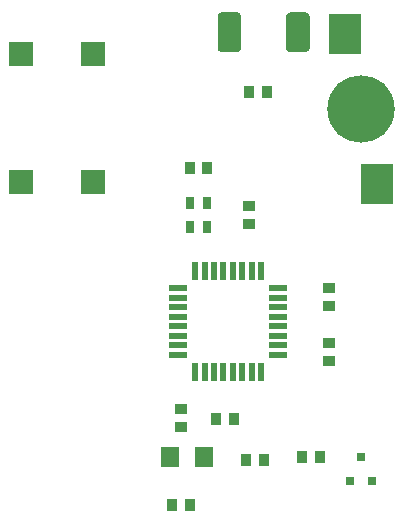
<source format=gbr>
G04 #@! TF.GenerationSoftware,KiCad,Pcbnew,5.1.5-52549c5~86~ubuntu18.04.1*
G04 #@! TF.CreationDate,2020-08-22T22:53:15-07:00*
G04 #@! TF.ProjectId,heat2sound_tx_rev01,68656174-3273-46f7-956e-645f74785f72,rev?*
G04 #@! TF.SameCoordinates,Original*
G04 #@! TF.FileFunction,Paste,Top*
G04 #@! TF.FilePolarity,Positive*
%FSLAX46Y46*%
G04 Gerber Fmt 4.6, Leading zero omitted, Abs format (unit mm)*
G04 Created by KiCad (PCBNEW 5.1.5-52549c5~86~ubuntu18.04.1) date 2020-08-22 22:53:15*
%MOMM*%
%LPD*%
G04 APERTURE LIST*
%ADD10R,1.600000X0.550000*%
%ADD11R,0.550000X1.600000*%
%ADD12R,0.800000X1.000000*%
%ADD13C,0.100000*%
%ADD14R,0.899160X1.000760*%
%ADD15R,1.000760X0.899160*%
%ADD16R,0.800100X0.800100*%
%ADD17R,1.998980X1.998980*%
%ADD18C,5.700000*%
%ADD19R,2.700000X3.500000*%
%ADD20R,1.597660X1.800860*%
%ADD21R,0.900000X1.000000*%
%ADD22R,1.000000X0.900000*%
G04 APERTURE END LIST*
D10*
X178000000Y-122950000D03*
X178000000Y-123750000D03*
X178000000Y-124550000D03*
X178000000Y-125350000D03*
X178000000Y-126150000D03*
X178000000Y-126950000D03*
X178000000Y-127750000D03*
X178000000Y-128550000D03*
D11*
X176550000Y-130000000D03*
X175750000Y-130000000D03*
X174950000Y-130000000D03*
X174150000Y-130000000D03*
X173350000Y-130000000D03*
X172550000Y-130000000D03*
X171750000Y-130000000D03*
X170950000Y-130000000D03*
D10*
X169500000Y-128550000D03*
X169500000Y-127750000D03*
X169500000Y-126950000D03*
X169500000Y-126150000D03*
X169500000Y-125350000D03*
X169500000Y-124550000D03*
X169500000Y-123750000D03*
X169500000Y-122950000D03*
D11*
X170950000Y-121500000D03*
X171750000Y-121500000D03*
X172550000Y-121500000D03*
X173350000Y-121500000D03*
X174150000Y-121500000D03*
X174950000Y-121500000D03*
X175750000Y-121500000D03*
X176550000Y-121500000D03*
D12*
X170500000Y-115750000D03*
X170500000Y-117750000D03*
X172000000Y-115750000D03*
X172000000Y-117750000D03*
D13*
G36*
X180316266Y-99576782D02*
G01*
X180352183Y-99582109D01*
X180387405Y-99590932D01*
X180421593Y-99603165D01*
X180454417Y-99618689D01*
X180485561Y-99637356D01*
X180514726Y-99658986D01*
X180541630Y-99683370D01*
X180566014Y-99710274D01*
X180587644Y-99739439D01*
X180606311Y-99770583D01*
X180621835Y-99803407D01*
X180634068Y-99837595D01*
X180642891Y-99872817D01*
X180648218Y-99908734D01*
X180650000Y-99945000D01*
X180650000Y-102555000D01*
X180648218Y-102591266D01*
X180642891Y-102627183D01*
X180634068Y-102662405D01*
X180621835Y-102696593D01*
X180606311Y-102729417D01*
X180587644Y-102760561D01*
X180566014Y-102789726D01*
X180541630Y-102816630D01*
X180514726Y-102841014D01*
X180485561Y-102862644D01*
X180454417Y-102881311D01*
X180421593Y-102896835D01*
X180387405Y-102909068D01*
X180352183Y-102917891D01*
X180316266Y-102923218D01*
X180280000Y-102925000D01*
X179020000Y-102925000D01*
X178983734Y-102923218D01*
X178947817Y-102917891D01*
X178912595Y-102909068D01*
X178878407Y-102896835D01*
X178845583Y-102881311D01*
X178814439Y-102862644D01*
X178785274Y-102841014D01*
X178758370Y-102816630D01*
X178733986Y-102789726D01*
X178712356Y-102760561D01*
X178693689Y-102729417D01*
X178678165Y-102696593D01*
X178665932Y-102662405D01*
X178657109Y-102627183D01*
X178651782Y-102591266D01*
X178650000Y-102555000D01*
X178650000Y-99945000D01*
X178651782Y-99908734D01*
X178657109Y-99872817D01*
X178665932Y-99837595D01*
X178678165Y-99803407D01*
X178693689Y-99770583D01*
X178712356Y-99739439D01*
X178733986Y-99710274D01*
X178758370Y-99683370D01*
X178785274Y-99658986D01*
X178814439Y-99637356D01*
X178845583Y-99618689D01*
X178878407Y-99603165D01*
X178912595Y-99590932D01*
X178947817Y-99582109D01*
X178983734Y-99576782D01*
X179020000Y-99575000D01*
X180280000Y-99575000D01*
X180316266Y-99576782D01*
G37*
G36*
X174516266Y-99576782D02*
G01*
X174552183Y-99582109D01*
X174587405Y-99590932D01*
X174621593Y-99603165D01*
X174654417Y-99618689D01*
X174685561Y-99637356D01*
X174714726Y-99658986D01*
X174741630Y-99683370D01*
X174766014Y-99710274D01*
X174787644Y-99739439D01*
X174806311Y-99770583D01*
X174821835Y-99803407D01*
X174834068Y-99837595D01*
X174842891Y-99872817D01*
X174848218Y-99908734D01*
X174850000Y-99945000D01*
X174850000Y-102555000D01*
X174848218Y-102591266D01*
X174842891Y-102627183D01*
X174834068Y-102662405D01*
X174821835Y-102696593D01*
X174806311Y-102729417D01*
X174787644Y-102760561D01*
X174766014Y-102789726D01*
X174741630Y-102816630D01*
X174714726Y-102841014D01*
X174685561Y-102862644D01*
X174654417Y-102881311D01*
X174621593Y-102896835D01*
X174587405Y-102909068D01*
X174552183Y-102917891D01*
X174516266Y-102923218D01*
X174480000Y-102925000D01*
X173220000Y-102925000D01*
X173183734Y-102923218D01*
X173147817Y-102917891D01*
X173112595Y-102909068D01*
X173078407Y-102896835D01*
X173045583Y-102881311D01*
X173014439Y-102862644D01*
X172985274Y-102841014D01*
X172958370Y-102816630D01*
X172933986Y-102789726D01*
X172912356Y-102760561D01*
X172893689Y-102729417D01*
X172878165Y-102696593D01*
X172865932Y-102662405D01*
X172857109Y-102627183D01*
X172851782Y-102591266D01*
X172850000Y-102555000D01*
X172850000Y-99945000D01*
X172851782Y-99908734D01*
X172857109Y-99872817D01*
X172865932Y-99837595D01*
X172878165Y-99803407D01*
X172893689Y-99770583D01*
X172912356Y-99739439D01*
X172933986Y-99710274D01*
X172958370Y-99683370D01*
X172985274Y-99658986D01*
X173014439Y-99637356D01*
X173045583Y-99618689D01*
X173078407Y-99603165D01*
X173112595Y-99590932D01*
X173147817Y-99582109D01*
X173183734Y-99576782D01*
X173220000Y-99575000D01*
X174480000Y-99575000D01*
X174516266Y-99576782D01*
G37*
D14*
X170501840Y-141250000D03*
X168998160Y-141250000D03*
X175548160Y-106300000D03*
X177051840Y-106300000D03*
D15*
X182300000Y-122948160D03*
X182300000Y-124451840D03*
D14*
X172001840Y-112750000D03*
X170498160Y-112750000D03*
D15*
X182300000Y-129051840D03*
X182300000Y-127548160D03*
D14*
X175248160Y-137500000D03*
X176751840Y-137500000D03*
D16*
X185000000Y-137250000D03*
X185950000Y-139250000D03*
X184050000Y-139250000D03*
D17*
X162350960Y-113915280D03*
X156249880Y-113915280D03*
X162350960Y-103089800D03*
X156249880Y-103089800D03*
D18*
X185000000Y-107750000D03*
D19*
X183650000Y-101400000D03*
X186350000Y-114100000D03*
D20*
X171669860Y-137250000D03*
X168830140Y-137250000D03*
D21*
X172748160Y-134000000D03*
D14*
X174251840Y-134000000D03*
D22*
X169800000Y-133148160D03*
D15*
X169800000Y-134651840D03*
D21*
X179998160Y-137250000D03*
D14*
X181501840Y-137250000D03*
D22*
X175500000Y-117501840D03*
D15*
X175500000Y-115998160D03*
M02*

</source>
